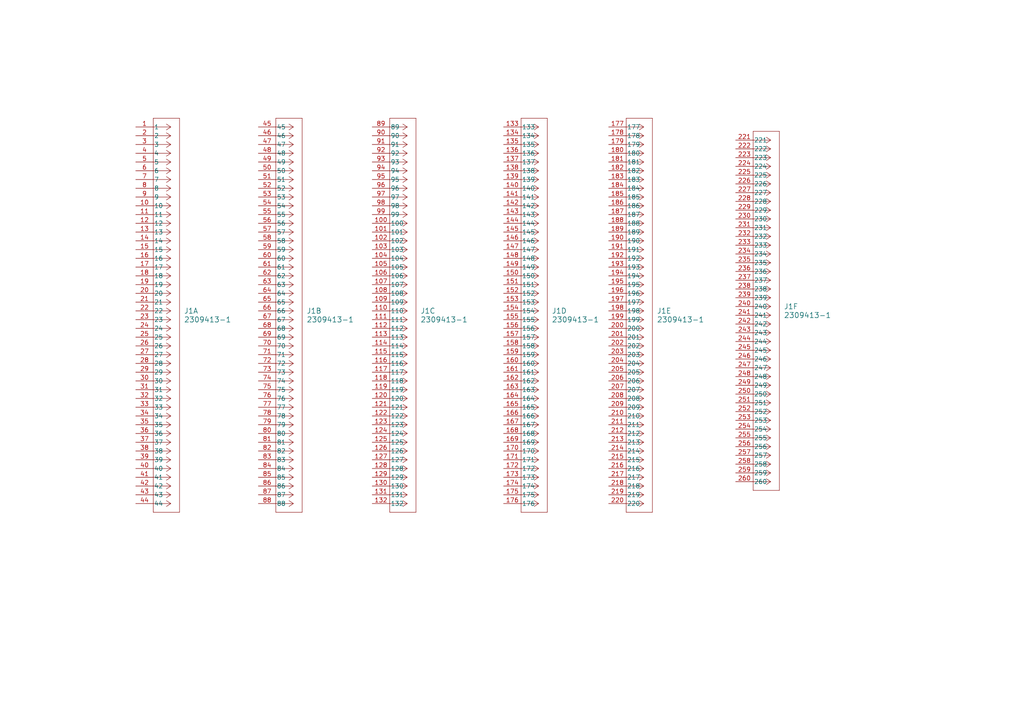
<source format=kicad_sch>
(kicad_sch (version 20231120) (generator "eeschema") (generator_version "8.0")
  (paper "A4")
  (lib_symbols
    (symbol "2309413-1:2309413-1" (pin_names (offset 0.254))
      (property "Reference" "J" (at 8.89 6.35 0))
      (property "Value" "2309413-1" (at 0 0 0))
      (symbol "2309413-1_1_1"
        (pin unspecified line (at 0 0 0) (length 5.08) (name "1") (number "1"))
        (pin unspecified line (at 0 -22.86 0) (length 5.08) (name "10") (number "10"))
        (pin unspecified line (at 0 -25.4 0) (length 5.08) (name "11") (number "11"))
        (pin unspecified line (at 0 -27.94 0) (length 5.08) (name "12") (number "12"))
        (pin unspecified line (at 0 -30.48 0) (length 5.08) (name "13") (number "13"))
        (pin unspecified line (at 0 -33.02 0) (length 5.08) (name "14") (number "14"))
        (pin unspecified line (at 0 -35.56 0) (length 5.08) (name "15") (number "15"))
        (pin unspecified line (at 0 -38.1 0) (length 5.08) (name "16") (number "16"))
        (pin unspecified line (at 0 -40.64 0) (length 5.08) (name "17") (number "17"))
        (pin unspecified line (at 0 -43.18 0) (length 5.08) (name "18") (number "18"))
        (pin unspecified line (at 0 -45.72 0) (length 5.08) (name "19") (number "19"))
        (pin unspecified line (at 0 -2.54 0) (length 5.08) (name "2") (number "2"))
        (pin unspecified line (at 0 -48.26 0) (length 5.08) (name "20") (number "20"))
        (pin unspecified line (at 0 -50.8 0) (length 5.08) (name "21") (number "21"))
        (pin unspecified line (at 0 -53.34 0) (length 5.08) (name "22") (number "22"))
        (pin unspecified line (at 0 -55.88 0) (length 5.08) (name "23") (number "23"))
        (pin unspecified line (at 0 -58.42 0) (length 5.08) (name "24") (number "24"))
        (pin unspecified line (at 0 -60.96 0) (length 5.08) (name "25") (number "25"))
        (pin unspecified line (at 0 -63.5 0) (length 5.08) (name "26") (number "26"))
        (pin unspecified line (at 0 -66.04 0) (length 5.08) (name "27") (number "27"))
        (pin unspecified line (at 0 -68.58 0) (length 5.08) (name "28") (number "28"))
        (pin unspecified line (at 0 -71.12 0) (length 5.08) (name "29") (number "29"))
        (pin unspecified line (at 0 -5.08 0) (length 5.08) (name "3") (number "3"))
        (pin unspecified line (at 0 -73.66 0) (length 5.08) (name "30") (number "30"))
        (pin unspecified line (at 0 -76.2 0) (length 5.08) (name "31") (number "31"))
        (pin unspecified line (at 0 -78.74 0) (length 5.08) (name "32") (number "32"))
        (pin unspecified line (at 0 -81.28 0) (length 5.08) (name "33") (number "33"))
        (pin unspecified line (at 0 -83.82 0) (length 5.08) (name "34") (number "34"))
        (pin unspecified line (at 0 -86.36 0) (length 5.08) (name "35") (number "35"))
        (pin unspecified line (at 0 -88.9 0) (length 5.08) (name "36") (number "36"))
        (pin unspecified line (at 0 -91.44 0) (length 5.08) (name "37") (number "37"))
        (pin unspecified line (at 0 -93.98 0) (length 5.08) (name "38") (number "38"))
        (pin unspecified line (at 0 -96.52 0) (length 5.08) (name "39") (number "39"))
        (pin unspecified line (at 0 -7.62 0) (length 5.08) (name "4") (number "4"))
        (pin unspecified line (at 0 -99.06 0) (length 5.08) (name "40") (number "40"))
        (pin unspecified line (at 0 -101.6 0) (length 5.08) (name "41") (number "41"))
        (pin unspecified line (at 0 -104.14 0) (length 5.08) (name "42") (number "42"))
        (pin unspecified line (at 0 -106.68 0) (length 5.08) (name "43") (number "43"))
        (pin unspecified line (at 0 -109.22 0) (length 5.08) (name "44") (number "44"))
        (pin unspecified line (at 0 -10.16 0) (length 5.08) (name "5") (number "5"))
        (pin unspecified line (at 0 -12.7 0) (length 5.08) (name "6") (number "6"))
        (pin unspecified line (at 0 -15.24 0) (length 5.08) (name "7") (number "7"))
        (pin unspecified line (at 0 -17.78 0) (length 5.08) (name "8") (number "8"))
        (pin unspecified line (at 0 -20.32 0) (length 5.08) (name "9") (number "9"))
      )
      (symbol "2309413-1_1_2"
        (pin unspecified line (at 0 0 0) (length 5.08) (name "1") (number "1"))
        (pin unspecified line (at 0 -22.86 0) (length 5.08) (name "10") (number "10"))
        (pin unspecified line (at 0 -25.4 0) (length 5.08) (name "11") (number "11"))
        (pin unspecified line (at 0 -27.94 0) (length 5.08) (name "12") (number "12"))
        (pin unspecified line (at 0 -30.48 0) (length 5.08) (name "13") (number "13"))
        (pin unspecified line (at 0 -33.02 0) (length 5.08) (name "14") (number "14"))
        (pin unspecified line (at 0 -35.56 0) (length 5.08) (name "15") (number "15"))
        (pin unspecified line (at 0 -38.1 0) (length 5.08) (name "16") (number "16"))
        (pin unspecified line (at 0 -40.64 0) (length 5.08) (name "17") (number "17"))
        (pin unspecified line (at 0 -43.18 0) (length 5.08) (name "18") (number "18"))
        (pin unspecified line (at 0 -45.72 0) (length 5.08) (name "19") (number "19"))
        (pin unspecified line (at 0 -2.54 0) (length 5.08) (name "2") (number "2"))
        (pin unspecified line (at 0 -48.26 0) (length 5.08) (name "20") (number "20"))
        (pin unspecified line (at 0 -50.8 0) (length 5.08) (name "21") (number "21"))
        (pin unspecified line (at 0 -53.34 0) (length 5.08) (name "22") (number "22"))
        (pin unspecified line (at 0 -55.88 0) (length 5.08) (name "23") (number "23"))
        (pin unspecified line (at 0 -58.42 0) (length 5.08) (name "24") (number "24"))
        (pin unspecified line (at 0 -60.96 0) (length 5.08) (name "25") (number "25"))
        (pin unspecified line (at 0 -63.5 0) (length 5.08) (name "26") (number "26"))
        (pin unspecified line (at 0 -66.04 0) (length 5.08) (name "27") (number "27"))
        (pin unspecified line (at 0 -68.58 0) (length 5.08) (name "28") (number "28"))
        (pin unspecified line (at 0 -71.12 0) (length 5.08) (name "29") (number "29"))
        (pin unspecified line (at 0 -5.08 0) (length 5.08) (name "3") (number "3"))
        (pin unspecified line (at 0 -73.66 0) (length 5.08) (name "30") (number "30"))
        (pin unspecified line (at 0 -76.2 0) (length 5.08) (name "31") (number "31"))
        (pin unspecified line (at 0 -78.74 0) (length 5.08) (name "32") (number "32"))
        (pin unspecified line (at 0 -81.28 0) (length 5.08) (name "33") (number "33"))
        (pin unspecified line (at 0 -83.82 0) (length 5.08) (name "34") (number "34"))
        (pin unspecified line (at 0 -86.36 0) (length 5.08) (name "35") (number "35"))
        (pin unspecified line (at 0 -88.9 0) (length 5.08) (name "36") (number "36"))
        (pin unspecified line (at 0 -91.44 0) (length 5.08) (name "37") (number "37"))
        (pin unspecified line (at 0 -93.98 0) (length 5.08) (name "38") (number "38"))
        (pin unspecified line (at 0 -96.52 0) (length 5.08) (name "39") (number "39"))
        (pin unspecified line (at 0 -7.62 0) (length 5.08) (name "4") (number "4"))
        (pin unspecified line (at 0 -99.06 0) (length 5.08) (name "40") (number "40"))
        (pin unspecified line (at 0 -101.6 0) (length 5.08) (name "41") (number "41"))
        (pin unspecified line (at 0 -104.14 0) (length 5.08) (name "42") (number "42"))
        (pin unspecified line (at 0 -106.68 0) (length 5.08) (name "43") (number "43"))
        (pin unspecified line (at 0 -109.22 0) (length 5.08) (name "44") (number "44"))
        (pin unspecified line (at 0 -10.16 0) (length 5.08) (name "5") (number "5"))
        (pin unspecified line (at 0 -12.7 0) (length 5.08) (name "6") (number "6"))
        (pin unspecified line (at 0 -15.24 0) (length 5.08) (name "7") (number "7"))
        (pin unspecified line (at 0 -17.78 0) (length 5.08) (name "8") (number "8"))
        (pin unspecified line (at 0 -20.32 0) (length 5.08) (name "9") (number "9"))
      )
      (symbol "2309413-1_2_1"
        (pin unspecified line (at 0 0 0) (length 5.08) (name "45") (number "45"))
        (pin unspecified line (at 0 -2.54 0) (length 5.08) (name "46") (number "46"))
        (pin unspecified line (at 0 -5.08 0) (length 5.08) (name "47") (number "47"))
        (pin unspecified line (at 0 -7.62 0) (length 5.08) (name "48") (number "48"))
        (pin unspecified line (at 0 -10.16 0) (length 5.08) (name "49") (number "49"))
        (pin unspecified line (at 0 -12.7 0) (length 5.08) (name "50") (number "50"))
        (pin unspecified line (at 0 -15.24 0) (length 5.08) (name "51") (number "51"))
        (pin unspecified line (at 0 -17.78 0) (length 5.08) (name "52") (number "52"))
        (pin unspecified line (at 0 -20.32 0) (length 5.08) (name "53") (number "53"))
        (pin unspecified line (at 0 -22.86 0) (length 5.08) (name "54") (number "54"))
        (pin unspecified line (at 0 -25.4 0) (length 5.08) (name "55") (number "55"))
        (pin unspecified line (at 0 -27.94 0) (length 5.08) (name "56") (number "56"))
        (pin unspecified line (at 0 -30.48 0) (length 5.08) (name "57") (number "57"))
        (pin unspecified line (at 0 -33.02 0) (length 5.08) (name "58") (number "58"))
        (pin unspecified line (at 0 -35.56 0) (length 5.08) (name "59") (number "59"))
        (pin unspecified line (at 0 -38.1 0) (length 5.08) (name "60") (number "60"))
        (pin unspecified line (at 0 -40.64 0) (length 5.08) (name "61") (number "61"))
        (pin unspecified line (at 0 -43.18 0) (length 5.08) (name "62") (number "62"))
        (pin unspecified line (at 0 -45.72 0) (length 5.08) (name "63") (number "63"))
        (pin unspecified line (at 0 -48.26 0) (length 5.08) (name "64") (number "64"))
        (pin unspecified line (at 0 -50.8 0) (length 5.08) (name "65") (number "65"))
        (pin unspecified line (at 0 -53.34 0) (length 5.08) (name "66") (number "66"))
        (pin unspecified line (at 0 -55.88 0) (length 5.08) (name "67") (number "67"))
        (pin unspecified line (at 0 -58.42 0) (length 5.08) (name "68") (number "68"))
        (pin unspecified line (at 0 -60.96 0) (length 5.08) (name "69") (number "69"))
        (pin unspecified line (at 0 -63.5 0) (length 5.08) (name "70") (number "70"))
        (pin unspecified line (at 0 -66.04 0) (length 5.08) (name "71") (number "71"))
        (pin unspecified line (at 0 -68.58 0) (length 5.08) (name "72") (number "72"))
        (pin unspecified line (at 0 -71.12 0) (length 5.08) (name "73") (number "73"))
        (pin unspecified line (at 0 -73.66 0) (length 5.08) (name "74") (number "74"))
        (pin unspecified line (at 0 -76.2 0) (length 5.08) (name "75") (number "75"))
        (pin unspecified line (at 0 -78.74 0) (length 5.08) (name "76") (number "76"))
        (pin unspecified line (at 0 -81.28 0) (length 5.08) (name "77") (number "77"))
        (pin unspecified line (at 0 -83.82 0) (length 5.08) (name "78") (number "78"))
        (pin unspecified line (at 0 -86.36 0) (length 5.08) (name "79") (number "79"))
        (pin unspecified line (at 0 -88.9 0) (length 5.08) (name "80") (number "80"))
        (pin unspecified line (at 0 -91.44 0) (length 5.08) (name "81") (number "81"))
        (pin unspecified line (at 0 -93.98 0) (length 5.08) (name "82") (number "82"))
        (pin unspecified line (at 0 -96.52 0) (length 5.08) (name "83") (number "83"))
        (pin unspecified line (at 0 -99.06 0) (length 5.08) (name "84") (number "84"))
        (pin unspecified line (at 0 -101.6 0) (length 5.08) (name "85") (number "85"))
        (pin unspecified line (at 0 -104.14 0) (length 5.08) (name "86") (number "86"))
        (pin unspecified line (at 0 -106.68 0) (length 5.08) (name "87") (number "87"))
        (pin unspecified line (at 0 -109.22 0) (length 5.08) (name "88") (number "88"))
      )
      (symbol "2309413-1_2_2"
        (pin unspecified line (at 0 0 0) (length 5.08) (name "45") (number "45"))
        (pin unspecified line (at 0 -2.54 0) (length 5.08) (name "46") (number "46"))
        (pin unspecified line (at 0 -5.08 0) (length 5.08) (name "47") (number "47"))
        (pin unspecified line (at 0 -7.62 0) (length 5.08) (name "48") (number "48"))
        (pin unspecified line (at 0 -10.16 0) (length 5.08) (name "49") (number "49"))
        (pin unspecified line (at 0 -12.7 0) (length 5.08) (name "50") (number "50"))
        (pin unspecified line (at 0 -15.24 0) (length 5.08) (name "51") (number "51"))
        (pin unspecified line (at 0 -17.78 0) (length 5.08) (name "52") (number "52"))
        (pin unspecified line (at 0 -20.32 0) (length 5.08) (name "53") (number "53"))
        (pin unspecified line (at 0 -22.86 0) (length 5.08) (name "54") (number "54"))
        (pin unspecified line (at 0 -25.4 0) (length 5.08) (name "55") (number "55"))
        (pin unspecified line (at 0 -27.94 0) (length 5.08) (name "56") (number "56"))
        (pin unspecified line (at 0 -30.48 0) (length 5.08) (name "57") (number "57"))
        (pin unspecified line (at 0 -33.02 0) (length 5.08) (name "58") (number "58"))
        (pin unspecified line (at 0 -35.56 0) (length 5.08) (name "59") (number "59"))
        (pin unspecified line (at 0 -38.1 0) (length 5.08) (name "60") (number "60"))
        (pin unspecified line (at 0 -40.64 0) (length 5.08) (name "61") (number "61"))
        (pin unspecified line (at 0 -43.18 0) (length 5.08) (name "62") (number "62"))
        (pin unspecified line (at 0 -45.72 0) (length 5.08) (name "63") (number "63"))
        (pin unspecified line (at 0 -48.26 0) (length 5.08) (name "64") (number "64"))
        (pin unspecified line (at 0 -50.8 0) (length 5.08) (name "65") (number "65"))
        (pin unspecified line (at 0 -53.34 0) (length 5.08) (name "66") (number "66"))
        (pin unspecified line (at 0 -55.88 0) (length 5.08) (name "67") (number "67"))
        (pin unspecified line (at 0 -58.42 0) (length 5.08) (name "68") (number "68"))
        (pin unspecified line (at 0 -60.96 0) (length 5.08) (name "69") (number "69"))
        (pin unspecified line (at 0 -63.5 0) (length 5.08) (name "70") (number "70"))
        (pin unspecified line (at 0 -66.04 0) (length 5.08) (name "71") (number "71"))
        (pin unspecified line (at 0 -68.58 0) (length 5.08) (name "72") (number "72"))
        (pin unspecified line (at 0 -71.12 0) (length 5.08) (name "73") (number "73"))
        (pin unspecified line (at 0 -73.66 0) (length 5.08) (name "74") (number "74"))
        (pin unspecified line (at 0 -76.2 0) (length 5.08) (name "75") (number "75"))
        (pin unspecified line (at 0 -78.74 0) (length 5.08) (name "76") (number "76"))
        (pin unspecified line (at 0 -81.28 0) (length 5.08) (name "77") (number "77"))
        (pin unspecified line (at 0 -83.82 0) (length 5.08) (name "78") (number "78"))
        (pin unspecified line (at 0 -86.36 0) (length 5.08) (name "79") (number "79"))
        (pin unspecified line (at 0 -88.9 0) (length 5.08) (name "80") (number "80"))
        (pin unspecified line (at 0 -91.44 0) (length 5.08) (name "81") (number "81"))
        (pin unspecified line (at 0 -93.98 0) (length 5.08) (name "82") (number "82"))
        (pin unspecified line (at 0 -96.52 0) (length 5.08) (name "83") (number "83"))
        (pin unspecified line (at 0 -99.06 0) (length 5.08) (name "84") (number "84"))
        (pin unspecified line (at 0 -101.6 0) (length 5.08) (name "85") (number "85"))
        (pin unspecified line (at 0 -104.14 0) (length 5.08) (name "86") (number "86"))
        (pin unspecified line (at 0 -106.68 0) (length 5.08) (name "87") (number "87"))
        (pin unspecified line (at 0 -109.22 0) (length 5.08) (name "88") (number "88"))
      )
      (symbol "2309413-1_3_1"
        (pin unspecified line (at 0 -27.94 0) (length 5.08) (name "100") (number "100"))
        (pin unspecified line (at 0 -30.48 0) (length 5.08) (name "101") (number "101"))
        (pin unspecified line (at 0 -33.02 0) (length 5.08) (name "102") (number "102"))
        (pin unspecified line (at 0 -35.56 0) (length 5.08) (name "103") (number "103"))
        (pin unspecified line (at 0 -38.1 0) (length 5.08) (name "104") (number "104"))
        (pin unspecified line (at 0 -40.64 0) (length 5.08) (name "105") (number "105"))
        (pin unspecified line (at 0 -43.18 0) (length 5.08) (name "106") (number "106"))
        (pin unspecified line (at 0 -45.72 0) (length 5.08) (name "107") (number "107"))
        (pin unspecified line (at 0 -48.26 0) (length 5.08) (name "108") (number "108"))
        (pin unspecified line (at 0 -50.8 0) (length 5.08) (name "109") (number "109"))
        (pin unspecified line (at 0 -53.34 0) (length 5.08) (name "110") (number "110"))
        (pin unspecified line (at 0 -55.88 0) (length 5.08) (name "111") (number "111"))
        (pin unspecified line (at 0 -58.42 0) (length 5.08) (name "112") (number "112"))
        (pin unspecified line (at 0 -60.96 0) (length 5.08) (name "113") (number "113"))
        (pin unspecified line (at 0 -63.5 0) (length 5.08) (name "114") (number "114"))
        (pin unspecified line (at 0 -66.04 0) (length 5.08) (name "115") (number "115"))
        (pin unspecified line (at 0 -68.58 0) (length 5.08) (name "116") (number "116"))
        (pin unspecified line (at 0 -71.12 0) (length 5.08) (name "117") (number "117"))
        (pin unspecified line (at 0 -73.66 0) (length 5.08) (name "118") (number "118"))
        (pin unspecified line (at 0 -76.2 0) (length 5.08) (name "119") (number "119"))
        (pin unspecified line (at 0 -78.74 0) (length 5.08) (name "120") (number "120"))
        (pin unspecified line (at 0 -81.28 0) (length 5.08) (name "121") (number "121"))
        (pin unspecified line (at 0 -83.82 0) (length 5.08) (name "122") (number "122"))
        (pin unspecified line (at 0 -86.36 0) (length 5.08) (name "123") (number "123"))
        (pin unspecified line (at 0 -88.9 0) (length 5.08) (name "124") (number "124"))
        (pin unspecified line (at 0 -91.44 0) (length 5.08) (name "125") (number "125"))
        (pin unspecified line (at 0 -93.98 0) (length 5.08) (name "126") (number "126"))
        (pin unspecified line (at 0 -96.52 0) (length 5.08) (name "127") (number "127"))
        (pin unspecified line (at 0 -99.06 0) (length 5.08) (name "128") (number "128"))
        (pin unspecified line (at 0 -101.6 0) (length 5.08) (name "129") (number "129"))
        (pin unspecified line (at 0 -104.14 0) (length 5.08) (name "130") (number "130"))
        (pin unspecified line (at 0 -106.68 0) (length 5.08) (name "131") (number "131"))
        (pin unspecified line (at 0 -109.22 0) (length 5.08) (name "132") (number "132"))
        (pin unspecified line (at 0 0 0) (length 5.08) (name "89") (number "89"))
        (pin unspecified line (at 0 -2.54 0) (length 5.08) (name "90") (number "90"))
        (pin unspecified line (at 0 -5.08 0) (length 5.08) (name "91") (number "91"))
        (pin unspecified line (at 0 -7.62 0) (length 5.08) (name "92") (number "92"))
        (pin unspecified line (at 0 -10.16 0) (length 5.08) (name "93") (number "93"))
        (pin unspecified line (at 0 -12.7 0) (length 5.08) (name "94") (number "94"))
        (pin unspecified line (at 0 -15.24 0) (length 5.08) (name "95") (number "95"))
        (pin unspecified line (at 0 -17.78 0) (length 5.08) (name "96") (number "96"))
        (pin unspecified line (at 0 -20.32 0) (length 5.08) (name "97") (number "97"))
        (pin unspecified line (at 0 -22.86 0) (length 5.08) (name "98") (number "98"))
        (pin unspecified line (at 0 -25.4 0) (length 5.08) (name "99") (number "99"))
      )
      (symbol "2309413-1_3_2"
        (pin unspecified line (at 0 -27.94 0) (length 5.08) (name "100") (number "100"))
        (pin unspecified line (at 0 -30.48 0) (length 5.08) (name "101") (number "101"))
        (pin unspecified line (at 0 -33.02 0) (length 5.08) (name "102") (number "102"))
        (pin unspecified line (at 0 -35.56 0) (length 5.08) (name "103") (number "103"))
        (pin unspecified line (at 0 -38.1 0) (length 5.08) (name "104") (number "104"))
        (pin unspecified line (at 0 -40.64 0) (length 5.08) (name "105") (number "105"))
        (pin unspecified line (at 0 -43.18 0) (length 5.08) (name "106") (number "106"))
        (pin unspecified line (at 0 -45.72 0) (length 5.08) (name "107") (number "107"))
        (pin unspecified line (at 0 -48.26 0) (length 5.08) (name "108") (number "108"))
        (pin unspecified line (at 0 -50.8 0) (length 5.08) (name "109") (number "109"))
        (pin unspecified line (at 0 -53.34 0) (length 5.08) (name "110") (number "110"))
        (pin unspecified line (at 0 -55.88 0) (length 5.08) (name "111") (number "111"))
        (pin unspecified line (at 0 -58.42 0) (length 5.08) (name "112") (number "112"))
        (pin unspecified line (at 0 -60.96 0) (length 5.08) (name "113") (number "113"))
        (pin unspecified line (at 0 -63.5 0) (length 5.08) (name "114") (number "114"))
        (pin unspecified line (at 0 -66.04 0) (length 5.08) (name "115") (number "115"))
        (pin unspecified line (at 0 -68.58 0) (length 5.08) (name "116") (number "116"))
        (pin unspecified line (at 0 -71.12 0) (length 5.08) (name "117") (number "117"))
        (pin unspecified line (at 0 -73.66 0) (length 5.08) (name "118") (number "118"))
        (pin unspecified line (at 0 -76.2 0) (length 5.08) (name "119") (number "119"))
        (pin unspecified line (at 0 -78.74 0) (length 5.08) (name "120") (number "120"))
        (pin unspecified line (at 0 -81.28 0) (length 5.08) (name "121") (number "121"))
        (pin unspecified line (at 0 -83.82 0) (length 5.08) (name "122") (number "122"))
        (pin unspecified line (at 0 -86.36 0) (length 5.08) (name "123") (number "123"))
        (pin unspecified line (at 0 -88.9 0) (length 5.08) (name "124") (number "124"))
        (pin unspecified line (at 0 -91.44 0) (length 5.08) (name "125") (number "125"))
        (pin unspecified line (at 0 -93.98 0) (length 5.08) (name "126") (number "126"))
        (pin unspecified line (at 0 -96.52 0) (length 5.08) (name "127") (number "127"))
        (pin unspecified line (at 0 -99.06 0) (length 5.08) (name "128") (number "128"))
        (pin unspecified line (at 0 -101.6 0) (length 5.08) (name "129") (number "129"))
        (pin unspecified line (at 0 -104.14 0) (length 5.08) (name "130") (number "130"))
        (pin unspecified line (at 0 -106.68 0) (length 5.08) (name "131") (number "131"))
        (pin unspecified line (at 0 -109.22 0) (length 5.08) (name "132") (number "132"))
        (pin unspecified line (at 0 0 0) (length 5.08) (name "89") (number "89"))
        (pin unspecified line (at 0 -2.54 0) (length 5.08) (name "90") (number "90"))
        (pin unspecified line (at 0 -5.08 0) (length 5.08) (name "91") (number "91"))
        (pin unspecified line (at 0 -7.62 0) (length 5.08) (name "92") (number "92"))
        (pin unspecified line (at 0 -10.16 0) (length 5.08) (name "93") (number "93"))
        (pin unspecified line (at 0 -12.7 0) (length 5.08) (name "94") (number "94"))
        (pin unspecified line (at 0 -15.24 0) (length 5.08) (name "95") (number "95"))
        (pin unspecified line (at 0 -17.78 0) (length 5.08) (name "96") (number "96"))
        (pin unspecified line (at 0 -20.32 0) (length 5.08) (name "97") (number "97"))
        (pin unspecified line (at 0 -22.86 0) (length 5.08) (name "98") (number "98"))
        (pin unspecified line (at 0 -25.4 0) (length 5.08) (name "99") (number "99"))
      )
      (symbol "2309413-1_4_1"
        (pin unspecified line (at 0 0 0) (length 5.08) (name "133") (number "133"))
        (pin unspecified line (at 0 -2.54 0) (length 5.08) (name "134") (number "134"))
        (pin unspecified line (at 0 -5.08 0) (length 5.08) (name "135") (number "135"))
        (pin unspecified line (at 0 -7.62 0) (length 5.08) (name "136") (number "136"))
        (pin unspecified line (at 0 -10.16 0) (length 5.08) (name "137") (number "137"))
        (pin unspecified line (at 0 -12.7 0) (length 5.08) (name "138") (number "138"))
        (pin unspecified line (at 0 -15.24 0) (length 5.08) (name "139") (number "139"))
        (pin unspecified line (at 0 -17.78 0) (length 5.08) (name "140") (number "140"))
        (pin unspecified line (at 0 -20.32 0) (length 5.08) (name "141") (number "141"))
        (pin unspecified line (at 0 -22.86 0) (length 5.08) (name "142") (number "142"))
        (pin unspecified line (at 0 -25.4 0) (length 5.08) (name "143") (number "143"))
        (pin unspecified line (at 0 -27.94 0) (length 5.08) (name "144") (number "144"))
        (pin unspecified line (at 0 -30.48 0) (length 5.08) (name "145") (number "145"))
        (pin unspecified line (at 0 -33.02 0) (length 5.08) (name "146") (number "146"))
        (pin unspecified line (at 0 -35.56 0) (length 5.08) (name "147") (number "147"))
        (pin unspecified line (at 0 -38.1 0) (length 5.08) (name "148") (number "148"))
        (pin unspecified line (at 0 -40.64 0) (length 5.08) (name "149") (number "149"))
        (pin unspecified line (at 0 -43.18 0) (length 5.08) (name "150") (number "150"))
        (pin unspecified line (at 0 -45.72 0) (length 5.08) (name "151") (number "151"))
        (pin unspecified line (at 0 -48.26 0) (length 5.08) (name "152") (number "152"))
        (pin unspecified line (at 0 -50.8 0) (length 5.08) (name "153") (number "153"))
        (pin unspecified line (at 0 -53.34 0) (length 5.08) (name "154") (number "154"))
        (pin unspecified line (at 0 -55.88 0) (length 5.08) (name "155") (number "155"))
        (pin unspecified line (at 0 -58.42 0) (length 5.08) (name "156") (number "156"))
        (pin unspecified line (at 0 -60.96 0) (length 5.08) (name "157") (number "157"))
        (pin unspecified line (at 0 -63.5 0) (length 5.08) (name "158") (number "158"))
        (pin unspecified line (at 0 -66.04 0) (length 5.08) (name "159") (number "159"))
        (pin unspecified line (at 0 -68.58 0) (length 5.08) (name "160") (number "160"))
        (pin unspecified line (at 0 -71.12 0) (length 5.08) (name "161") (number "161"))
        (pin unspecified line (at 0 -73.66 0) (length 5.08) (name "162") (number "162"))
        (pin unspecified line (at 0 -76.2 0) (length 5.08) (name "163") (number "163"))
        (pin unspecified line (at 0 -78.74 0) (length 5.08) (name "164") (number "164"))
        (pin unspecified line (at 0 -81.28 0) (length 5.08) (name "165") (number "165"))
        (pin unspecified line (at 0 -83.82 0) (length 5.08) (name "166") (number "166"))
        (pin unspecified line (at 0 -86.36 0) (length 5.08) (name "167") (number "167"))
        (pin unspecified line (at 0 -88.9 0) (length 5.08) (name "168") (number "168"))
        (pin unspecified line (at 0 -91.44 0) (length 5.08) (name "169") (number "169"))
        (pin unspecified line (at 0 -93.98 0) (length 5.08) (name "170") (number "170"))
        (pin unspecified line (at 0 -96.52 0) (length 5.08) (name "171") (number "171"))
        (pin unspecified line (at 0 -99.06 0) (length 5.08) (name "172") (number "172"))
        (pin unspecified line (at 0 -101.6 0) (length 5.08) (name "173") (number "173"))
        (pin unspecified line (at 0 -104.14 0) (length 5.08) (name "174") (number "174"))
        (pin unspecified line (at 0 -106.68 0) (length 5.08) (name "175") (number "175"))
        (pin unspecified line (at 0 -109.22 0) (length 5.08) (name "176") (number "176"))
      )
      (symbol "2309413-1_4_2"
        (pin unspecified line (at 0 0 0) (length 5.08) (name "133") (number "133"))
        (pin unspecified line (at 0 -2.54 0) (length 5.08) (name "134") (number "134"))
        (pin unspecified line (at 0 -5.08 0) (length 5.08) (name "135") (number "135"))
        (pin unspecified line (at 0 -7.62 0) (length 5.08) (name "136") (number "136"))
        (pin unspecified line (at 0 -10.16 0) (length 5.08) (name "137") (number "137"))
        (pin unspecified line (at 0 -12.7 0) (length 5.08) (name "138") (number "138"))
        (pin unspecified line (at 0 -15.24 0) (length 5.08) (name "139") (number "139"))
        (pin unspecified line (at 0 -17.78 0) (length 5.08) (name "140") (number "140"))
        (pin unspecified line (at 0 -20.32 0) (length 5.08) (name "141") (number "141"))
        (pin unspecified line (at 0 -22.86 0) (length 5.08) (name "142") (number "142"))
        (pin unspecified line (at 0 -25.4 0) (length 5.08) (name "143") (number "143"))
        (pin unspecified line (at 0 -27.94 0) (length 5.08) (name "144") (number "144"))
        (pin unspecified line (at 0 -30.48 0) (length 5.08) (name "145") (number "145"))
        (pin unspecified line (at 0 -33.02 0) (length 5.08) (name "146") (number "146"))
        (pin unspecified line (at 0 -35.56 0) (length 5.08) (name "147") (number "147"))
        (pin unspecified line (at 0 -38.1 0) (length 5.08) (name "148") (number "148"))
        (pin unspecified line (at 0 -40.64 0) (length 5.08) (name "149") (number "149"))
        (pin unspecified line (at 0 -43.18 0) (length 5.08) (name "150") (number "150"))
        (pin unspecified line (at 0 -45.72 0) (length 5.08) (name "151") (number "151"))
        (pin unspecified line (at 0 -48.26 0) (length 5.08) (name "152") (number "152"))
        (pin unspecified line (at 0 -50.8 0) (length 5.08) (name "153") (number "153"))
        (pin unspecified line (at 0 -53.34 0) (length 5.08) (name "154") (number "154"))
        (pin unspecified line (at 0 -55.88 0) (length 5.08) (name "155") (number "155"))
        (pin unspecified line (at 0 -58.42 0) (length 5.08) (name "156") (number "156"))
        (pin unspecified line (at 0 -60.96 0) (length 5.08) (name "157") (number "157"))
        (pin unspecified line (at 0 -63.5 0) (length 5.08) (name "158") (number "158"))
        (pin unspecified line (at 0 -66.04 0) (length 5.08) (name "159") (number "159"))
        (pin unspecified line (at 0 -68.58 0) (length 5.08) (name "160") (number "160"))
        (pin unspecified line (at 0 -71.12 0) (length 5.08) (name "161") (number "161"))
        (pin unspecified line (at 0 -73.66 0) (length 5.08) (name "162") (number "162"))
        (pin unspecified line (at 0 -76.2 0) (length 5.08) (name "163") (number "163"))
        (pin unspecified line (at 0 -78.74 0) (length 5.08) (name "164") (number "164"))
        (pin unspecified line (at 0 -81.28 0) (length 5.08) (name "165") (number "165"))
        (pin unspecified line (at 0 -83.82 0) (length 5.08) (name "166") (number "166"))
        (pin unspecified line (at 0 -86.36 0) (length 5.08) (name "167") (number "167"))
        (pin unspecified line (at 0 -88.9 0) (length 5.08) (name "168") (number "168"))
        (pin unspecified line (at 0 -91.44 0) (length 5.08) (name "169") (number "169"))
        (pin unspecified line (at 0 -93.98 0) (length 5.08) (name "170") (number "170"))
        (pin unspecified line (at 0 -96.52 0) (length 5.08) (name "171") (number "171"))
        (pin unspecified line (at 0 -99.06 0) (length 5.08) (name "172") (number "172"))
        (pin unspecified line (at 0 -101.6 0) (length 5.08) (name "173") (number "173"))
        (pin unspecified line (at 0 -104.14 0) (length 5.08) (name "174") (number "174"))
        (pin unspecified line (at 0 -106.68 0) (length 5.08) (name "175") (number "175"))
        (pin unspecified line (at 0 -109.22 0) (length 5.08) (name "176") (number "176"))
      )
      (symbol "2309413-1_5_1"
        (pin unspecified line (at 0 0 0) (length 5.08) (name "177") (number "177"))
        (pin unspecified line (at 0 -2.54 0) (length 5.08) (name "178") (number "178"))
        (pin unspecified line (at 0 -5.08 0) (length 5.08) (name "179") (number "179"))
        (pin unspecified line (at 0 -7.62 0) (length 5.08) (name "180") (number "180"))
        (pin unspecified line (at 0 -10.16 0) (length 5.08) (name "181") (number "181"))
        (pin unspecified line (at 0 -12.7 0) (length 5.08) (name "182") (number "182"))
        (pin unspecified line (at 0 -15.24 0) (length 5.08) (name "183") (number "183"))
        (pin unspecified line (at 0 -17.78 0) (length 5.08) (name "184") (number "184"))
        (pin unspecified line (at 0 -20.32 0) (length 5.08) (name "185") (number "185"))
        (pin unspecified line (at 0 -22.86 0) (length 5.08) (name "186") (number "186"))
        (pin unspecified line (at 0 -25.4 0) (length 5.08) (name "187") (number "187"))
        (pin unspecified line (at 0 -27.94 0) (length 5.08) (name "188") (number "188"))
        (pin unspecified line (at 0 -30.48 0) (length 5.08) (name "189") (number "189"))
        (pin unspecified line (at 0 -33.02 0) (length 5.08) (name "190") (number "190"))
        (pin unspecified line (at 0 -35.56 0) (length 5.08) (name "191") (number "191"))
        (pin unspecified line (at 0 -38.1 0) (length 5.08) (name "192") (number "192"))
        (pin unspecified line (at 0 -40.64 0) (length 5.08) (name "193") (number "193"))
        (pin unspecified line (at 0 -43.18 0) (length 5.08) (name "194") (number "194"))
        (pin unspecified line (at 0 -45.72 0) (length 5.08) (name "195") (number "195"))
        (pin unspecified line (at 0 -48.26 0) (length 5.08) (name "196") (number "196"))
        (pin unspecified line (at 0 -50.8 0) (length 5.08) (name "197") (number "197"))
        (pin unspecified line (at 0 -53.34 0) (length 5.08) (name "198") (number "198"))
        (pin unspecified line (at 0 -55.88 0) (length 5.08) (name "199") (number "199"))
        (pin unspecified line (at 0 -58.42 0) (length 5.08) (name "200") (number "200"))
        (pin unspecified line (at 0 -60.96 0) (length 5.08) (name "201") (number "201"))
        (pin unspecified line (at 0 -63.5 0) (length 5.08) (name "202") (number "202"))
        (pin unspecified line (at 0 -66.04 0) (length 5.08) (name "203") (number "203"))
        (pin unspecified line (at 0 -68.58 0) (length 5.08) (name "204") (number "204"))
        (pin unspecified line (at 0 -71.12 0) (length 5.08) (name "205") (number "205"))
        (pin unspecified line (at 0 -73.66 0) (length 5.08) (name "206") (number "206"))
        (pin unspecified line (at 0 -76.2 0) (length 5.08) (name "207") (number "207"))
        (pin unspecified line (at 0 -78.74 0) (length 5.08) (name "208") (number "208"))
        (pin unspecified line (at 0 -81.28 0) (length 5.08) (name "209") (number "209"))
        (pin unspecified line (at 0 -83.82 0) (length 5.08) (name "210") (number "210"))
        (pin unspecified line (at 0 -86.36 0) (length 5.08) (name "211") (number "211"))
        (pin unspecified line (at 0 -88.9 0) (length 5.08) (name "212") (number "212"))
        (pin unspecified line (at 0 -91.44 0) (length 5.08) (name "213") (number "213"))
        (pin unspecified line (at 0 -93.98 0) (length 5.08) (name "214") (number "214"))
        (pin unspecified line (at 0 -96.52 0) (length 5.08) (name "215") (number "215"))
        (pin unspecified line (at 0 -99.06 0) (length 5.08) (name "216") (number "216"))
        (pin unspecified line (at 0 -101.6 0) (length 5.08) (name "217") (number "217"))
        (pin unspecified line (at 0 -104.14 0) (length 5.08) (name "218") (number "218"))
        (pin unspecified line (at 0 -106.68 0) (length 5.08) (name "219") (number "219"))
        (pin unspecified line (at 0 -109.22 0) (length 5.08) (name "220") (number "220"))
      )
      (symbol "2309413-1_5_2"
        (pin unspecified line (at 0 0 0) (length 5.08) (name "177") (number "177"))
        (pin unspecified line (at 0 -2.54 0) (length 5.08) (name "178") (number "178"))
        (pin unspecified line (at 0 -5.08 0) (length 5.08) (name "179") (number "179"))
        (pin unspecified line (at 0 -7.62 0) (length 5.08) (name "180") (number "180"))
        (pin unspecified line (at 0 -10.16 0) (length 5.08) (name "181") (number "181"))
        (pin unspecified line (at 0 -12.7 0) (length 5.08) (name "182") (number "182"))
        (pin unspecified line (at 0 -15.24 0) (length 5.08) (name "183") (number "183"))
        (pin unspecified line (at 0 -17.78 0) (length 5.08) (name "184") (number "184"))
        (pin unspecified line (at 0 -20.32 0) (length 5.08) (name "185") (number "185"))
        (pin unspecified line (at 0 -22.86 0) (length 5.08) (name "186") (number "186"))
        (pin unspecified line (at 0 -25.4 0) (length 5.08) (name "187") (number "187"))
        (pin unspecified line (at 0 -27.94 0) (length 5.08) (name "188") (number "188"))
        (pin unspecified line (at 0 -30.48 0) (length 5.08) (name "189") (number "189"))
        (pin unspecified line (at 0 -33.02 0) (length 5.08) (name "190") (number "190"))
        (pin unspecified line (at 0 -35.56 0) (length 5.08) (name "191") (number "191"))
        (pin unspecified line (at 0 -38.1 0) (length 5.08) (name "192") (number "192"))
        (pin unspecified line (at 0 -40.64 0) (length 5.08) (name "193") (number "193"))
        (pin unspecified line (at 0 -43.18 0) (length 5.08) (name "194") (number "194"))
        (pin unspecified line (at 0 -45.72 0) (length 5.08) (name "195") (number "195"))
        (pin unspecified line (at 0 -48.26 0) (length 5.08) (name "196") (number "196"))
        (pin unspecified line (at 0 -50.8 0) (length 5.08) (name "197") (number "197"))
        (pin unspecified line (at 0 -53.34 0) (length 5.08) (name "198") (number "198"))
        (pin unspecified line (at 0 -55.88 0) (length 5.08) (name "199") (number "199"))
        (pin unspecified line (at 0 -58.42 0) (length 5.08) (name "200") (number "200"))
        (pin unspecified line (at 0 -60.96 0) (length 5.08) (name "201") (number "201"))
        (pin unspecified line (at 0 -63.5 0) (length 5.08) (name "202") (number "202"))
        (pin unspecified line (at 0 -66.04 0) (length 5.08) (name "203") (number "203"))
        (pin unspecified line (at 0 -68.58 0) (length 5.08) (name "204") (number "204"))
        (pin unspecified line (at 0 -71.12 0) (length 5.08) (name "205") (number "205"))
        (pin unspecified line (at 0 -73.66 0) (length 5.08) (name "206") (number "206"))
        (pin unspecified line (at 0 -76.2 0) (length 5.08) (name "207") (number "207"))
        (pin unspecified line (at 0 -78.74 0) (length 5.08) (name "208") (number "208"))
        (pin unspecified line (at 0 -81.28 0) (length 5.08) (name "209") (number "209"))
        (pin unspecified line (at 0 -83.82 0) (length 5.08) (name "210") (number "210"))
        (pin unspecified line (at 0 -86.36 0) (length 5.08) (name "211") (number "211"))
        (pin unspecified line (at 0 -88.9 0) (length 5.08) (name "212") (number "212"))
        (pin unspecified line (at 0 -91.44 0) (length 5.08) (name "213") (number "213"))
        (pin unspecified line (at 0 -93.98 0) (length 5.08) (name "214") (number "214"))
        (pin unspecified line (at 0 -96.52 0) (length 5.08) (name "215") (number "215"))
        (pin unspecified line (at 0 -99.06 0) (length 5.08) (name "216") (number "216"))
        (pin unspecified line (at 0 -101.6 0) (length 5.08) (name "217") (number "217"))
        (pin unspecified line (at 0 -104.14 0) (length 5.08) (name "218") (number "218"))
        (pin unspecified line (at 0 -106.68 0) (length 5.08) (name "219") (number "219"))
        (pin unspecified line (at 0 -109.22 0) (length 5.08) (name "220") (number "220"))
      )
      (symbol "2309413-1_6_1"
        (pin unspecified line (at 0 0 0) (length 5.08) (name "221") (number "221"))
        (pin unspecified line (at 0 -2.54 0) (length 5.08) (name "222") (number "222"))
        (pin unspecified line (at 0 -5.08 0) (length 5.08) (name "223") (number "223"))
        (pin unspecified line (at 0 -7.62 0) (length 5.08) (name "224") (number "224"))
        (pin unspecified line (at 0 -10.16 0) (length 5.08) (name "225") (number "225"))
        (pin unspecified line (at 0 -12.7 0) (length 5.08) (name "226") (number "226"))
        (pin unspecified line (at 0 -15.24 0) (length 5.08) (name "227") (number "227"))
        (pin unspecified line (at 0 -17.78 0) (length 5.08) (name "228") (number "228"))
        (pin unspecified line (at 0 -20.32 0) (length 5.08) (name "229") (number "229"))
        (pin unspecified line (at 0 -22.86 0) (length 5.08) (name "230") (number "230"))
        (pin unspecified line (at 0 -25.4 0) (length 5.08) (name "231") (number "231"))
        (pin unspecified line (at 0 -27.94 0) (length 5.08) (name "232") (number "232"))
        (pin unspecified line (at 0 -30.48 0) (length 5.08) (name "233") (number "233"))
        (pin unspecified line (at 0 -33.02 0) (length 5.08) (name "234") (number "234"))
        (pin unspecified line (at 0 -35.56 0) (length 5.08) (name "235") (number "235"))
        (pin unspecified line (at 0 -38.1 0) (length 5.08) (name "236") (number "236"))
        (pin unspecified line (at 0 -40.64 0) (length 5.08) (name "237") (number "237"))
        (pin unspecified line (at 0 -43.18 0) (length 5.08) (name "238") (number "238"))
        (pin unspecified line (at 0 -45.72 0) (length 5.08) (name "239") (number "239"))
        (pin unspecified line (at 0 -48.26 0) (length 5.08) (name "240") (number "240"))
        (pin unspecified line (at 0 -50.8 0) (length 5.08) (name "241") (number "241"))
        (pin unspecified line (at 0 -53.34 0) (length 5.08) (name "242") (number "242"))
        (pin unspecified line (at 0 -55.88 0) (length 5.08) (name "243") (number "243"))
        (pin unspecified line (at 0 -58.42 0) (length 5.08) (name "244") (number "244"))
        (pin unspecified line (at 0 -60.96 0) (length 5.08) (name "245") (number "245"))
        (pin unspecified line (at 0 -63.5 0) (length 5.08) (name "246") (number "246"))
        (pin unspecified line (at 0 -66.04 0) (length 5.08) (name "247") (number "247"))
        (pin unspecified line (at 0 -68.58 0) (length 5.08) (name "248") (number "248"))
        (pin unspecified line (at 0 -71.12 0) (length 5.08) (name "249") (number "249"))
        (pin unspecified line (at 0 -73.66 0) (length 5.08) (name "250") (number "250"))
        (pin unspecified line (at 0 -76.2 0) (length 5.08) (name "251") (number "251"))
        (pin unspecified line (at 0 -78.74 0) (length 5.08) (name "252") (number "252"))
        (pin unspecified line (at 0 -81.28 0) (length 5.08) (name "253") (number "253"))
        (pin unspecified line (at 0 -83.82 0) (length 5.08) (name "254") (number "254"))
        (pin unspecified line (at 0 -86.36 0) (length 5.08) (name "255") (number "255"))
        (pin unspecified line (at 0 -88.9 0) (length 5.08) (name "256") (number "256"))
        (pin unspecified line (at 0 -91.44 0) (length 5.08) (name "257") (number "257"))
        (pin unspecified line (at 0 -93.98 0) (length 5.08) (name "258") (number "258"))
        (pin unspecified line (at 0 -96.52 0) (length 5.08) (name "259") (number "259"))
        (pin unspecified line (at 0 -99.06 0) (length 5.08) (name "260") (number "260"))
      )
      (symbol "2309413-1_6_2"
        (pin unspecified line (at 0 0 0) (length 5.08) (name "221") (number "221"))
        (pin unspecified line (at 0 -2.54 0) (length 5.08) (name "222") (number "222"))
        (pin unspecified line (at 0 -5.08 0) (length 5.08) (name "223") (number "223"))
        (pin unspecified line (at 0 -7.62 0) (length 5.08) (name "224") (number "224"))
        (pin unspecified line (at 0 -10.16 0) (length 5.08) (name "225") (number "225"))
        (pin unspecified line (at 0 -12.7 0) (length 5.08) (name "226") (number "226"))
        (pin unspecified line (at 0 -15.24 0) (length 5.08) (name "227") (number "227"))
        (pin unspecified line (at 0 -17.78 0) (length 5.08) (name "228") (number "228"))
        (pin unspecified line (at 0 -20.32 0) (length 5.08) (name "229") (number "229"))
        (pin unspecified line (at 0 -22.86 0) (length 5.08) (name "230") (number "230"))
        (pin unspecified line (at 0 -25.4 0) (length 5.08) (name "231") (number "231"))
        (pin unspecified line (at 0 -27.94 0) (length 5.08) (name "232") (number "232"))
        (pin unspecified line (at 0 -30.48 0) (length 5.08) (name "233") (number "233"))
        (pin unspecified line (at 0 -33.02 0) (length 5.08) (name "234") (number "234"))
        (pin unspecified line (at 0 -35.56 0) (length 5.08) (name "235") (number "235"))
        (pin unspecified line (at 0 -38.1 0) (length 5.08) (name "236") (number "236"))
        (pin unspecified line (at 0 -40.64 0) (length 5.08) (name "237") (number "237"))
        (pin unspecified line (at 0 -43.18 0) (length 5.08) (name "238") (number "238"))
        (pin unspecified line (at 0 -45.72 0) (length 5.08) (name "239") (number "239"))
        (pin unspecified line (at 0 -48.26 0) (length 5.08) (name "240") (number "240"))
        (pin unspecified line (at 0 -50.8 0) (length 5.08) (name "241") (number "241"))
        (pin unspecified line (at 0 -53.34 0) (length 5.08) (name "242") (number "242"))
        (pin unspecified line (at 0 -55.88 0) (length 5.08) (name "243") (number "243"))
        (pin unspecified line (at 0 -58.42 0) (length 5.08) (name "244") (number "244"))
        (pin unspecified line (at 0 -60.96 0) (length 5.08) (name "245") (number "245"))
        (pin unspecified line (at 0 -63.5 0) (length 5.08) (name "246") (number "246"))
        (pin unspecified line (at 0 -66.04 0) (length 5.08) (name "247") (number "247"))
        (pin unspecified line (at 0 -68.58 0) (length 5.08) (name "248") (number "248"))
        (pin unspecified line (at 0 -71.12 0) (length 5.08) (name "249") (number "249"))
        (pin unspecified line (at 0 -73.66 0) (length 5.08) (name "250") (number "250"))
        (pin unspecified line (at 0 -76.2 0) (length 5.08) (name "251") (number "251"))
        (pin unspecified line (at 0 -78.74 0) (length 5.08) (name "252") (number "252"))
        (pin unspecified line (at 0 -81.28 0) (length 5.08) (name "253") (number "253"))
        (pin unspecified line (at 0 -83.82 0) (length 5.08) (name "254") (number "254"))
        (pin unspecified line (at 0 -86.36 0) (length 5.08) (name "255") (number "255"))
        (pin unspecified line (at 0 -88.9 0) (length 5.08) (name "256") (number "256"))
        (pin unspecified line (at 0 -91.44 0) (length 5.08) (name "257") (number "257"))
        (pin unspecified line (at 0 -93.98 0) (length 5.08) (name "258") (number "258"))
        (pin unspecified line (at 0 -96.52 0) (length 5.08) (name "259") (number "259"))
        (pin unspecified line (at 0 -99.06 0) (length 5.08) (name "260") (number "260"))
      )
    )
  )
  (symbol (lib_id "2309413-1:2309413-1") (at 107.95 36.83 0) (unit 3)
    (property "Reference" "J1" (at 121.92 90.1699 0) (effects (font (size 1.524 1.524)) (justify left)))
    (property "Value" "2309413-1" (at 121.92 92.7099 0) (effects (font (size 1.524 1.524)) (justify left)))
    (property "Footprint" "2309413-1:CONN260_2309413-1_TEC" (effects (hide yes)))
    (property "Datasheet" "https://www.digikey.com/en/products/detail/te-connectivity-amp-connectors/2309413-1/7793540" (effects (hide yes)))
  )
  (symbol (lib_id "2309413-1:2309413-1") (at 39.37 36.83 0) (unit 1)
    (property "Reference" "J1" (at 53.34 90.1699 0) (effects (font (size 1.524 1.524)) (justify left)))
    (property "Value" "2309413-1" (at 53.34 92.7099 0) (effects (font (size 1.524 1.524)) (justify left)))
    (property "Footprint" "2309413-1:CONN260_2309413-1_TEC" (effects (hide yes)))
    (property "Datasheet" "https://www.digikey.com/en/products/detail/te-connectivity-amp-connectors/2309413-1/7793540" (effects (hide yes)))
  )
  (symbol (lib_id "2309413-1:2309413-1") (at 146.05 36.83 0) (unit 4)
    (property "Reference" "J1" (at 160.02 90.1699 0) (effects (font (size 1.524 1.524)) (justify left)))
    (property "Value" "2309413-1" (at 160.02 92.7099 0) (effects (font (size 1.524 1.524)) (justify left)))
    (property "Footprint" "2309413-1:CONN260_2309413-1_TEC" (effects (hide yes)))
    (property "Datasheet" "https://www.digikey.com/en/products/detail/te-connectivity-amp-connectors/2309413-1/7793540" (effects (hide yes)))
  )
  (symbol (lib_id "2309413-1:2309413-1") (at 213.36 40.64 0) (unit 6)
    (property "Reference" "J1" (at 227.33 88.8999 0) (effects (font (size 1.524 1.524)) (justify left)))
    (property "Value" "2309413-1" (at 227.33 91.4399 0) (effects (font (size 1.524 1.524)) (justify left)))
    (property "Footprint" "2309413-1:CONN260_2309413-1_TEC" (effects (hide yes)))
    (property "Datasheet" "https://www.digikey.com/en/products/detail/te-connectivity-amp-connectors/2309413-1/7793540" (effects (hide yes)))
  )
  (symbol (lib_id "2309413-1:2309413-1") (at 176.53 36.83 0) (unit 5)
    (property "Reference" "J1" (at 190.5 90.1699 0) (effects (font (size 1.524 1.524)) (justify left)))
    (property "Value" "2309413-1" (at 190.5 92.7099 0) (effects (font (size 1.524 1.524)) (justify left)))
    (property "Footprint" "2309413-1:CONN260_2309413-1_TEC" (effects (hide yes)))
    (property "Datasheet" "https://www.digikey.com/en/products/detail/te-connectivity-amp-connectors/2309413-1/7793540" (effects (hide yes)))
  )
  (symbol (lib_id "2309413-1:2309413-1") (at 74.93 36.83 0) (unit 2)
    (property "Reference" "J1" (at 88.9 90.1699 0) (effects (font (size 1.524 1.524)) (justify left)))
    (property "Value" "2309413-1" (at 88.9 92.7099 0) (effects (font (size 1.524 1.524)) (justify left)))
    (property "Footprint" "2309413-1:CONN260_2309413-1_TEC" (effects (hide yes)))
    (property "Datasheet" "https://www.digikey.com/en/products/detail/te-connectivity-amp-connectors/2309413-1/7793540" (effects (hide yes)))
  )
)
</source>
